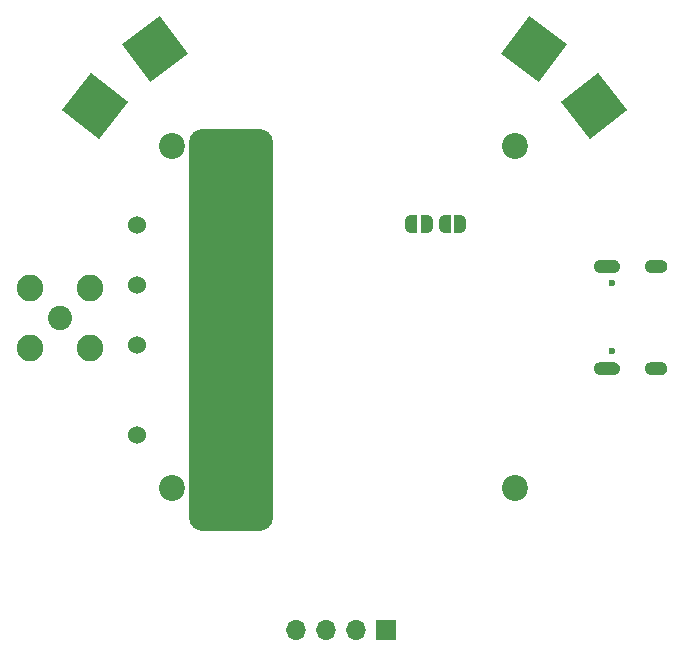
<source format=gbr>
%TF.GenerationSoftware,KiCad,Pcbnew,8.0.1*%
%TF.CreationDate,2025-05-01T03:19:42-07:00*%
%TF.ProjectId,rocketBeaconModule,726f636b-6574-4426-9561-636f6e4d6f64,rev?*%
%TF.SameCoordinates,Original*%
%TF.FileFunction,Soldermask,Bot*%
%TF.FilePolarity,Negative*%
%FSLAX46Y46*%
G04 Gerber Fmt 4.6, Leading zero omitted, Abs format (unit mm)*
G04 Created by KiCad (PCBNEW 8.0.1) date 2025-05-01 03:19:42*
%MOMM*%
%LPD*%
G01*
G04 APERTURE LIST*
G04 Aperture macros list*
%AMRoundRect*
0 Rectangle with rounded corners*
0 $1 Rounding radius*
0 $2 $3 $4 $5 $6 $7 $8 $9 X,Y pos of 4 corners*
0 Add a 4 corners polygon primitive as box body*
4,1,4,$2,$3,$4,$5,$6,$7,$8,$9,$2,$3,0*
0 Add four circle primitives for the rounded corners*
1,1,$1+$1,$2,$3*
1,1,$1+$1,$4,$5*
1,1,$1+$1,$6,$7*
1,1,$1+$1,$8,$9*
0 Add four rect primitives between the rounded corners*
20,1,$1+$1,$2,$3,$4,$5,0*
20,1,$1+$1,$4,$5,$6,$7,0*
20,1,$1+$1,$6,$7,$8,$9,0*
20,1,$1+$1,$8,$9,$2,$3,0*%
%AMRotRect*
0 Rectangle, with rotation*
0 The origin of the aperture is its center*
0 $1 length*
0 $2 width*
0 $3 Rotation angle, in degrees counterclockwise*
0 Add horizontal line*
21,1,$1,$2,0,0,$3*%
%AMFreePoly0*
4,1,19,0.500000,-0.750000,0.000000,-0.750000,0.000000,-0.744911,-0.071157,-0.744911,-0.207708,-0.704816,-0.327430,-0.627875,-0.420627,-0.520320,-0.479746,-0.390866,-0.500000,-0.250000,-0.500000,0.250000,-0.479746,0.390866,-0.420627,0.520320,-0.327430,0.627875,-0.207708,0.704816,-0.071157,0.744911,0.000000,0.744911,0.000000,0.750000,0.500000,0.750000,0.500000,-0.750000,0.500000,-0.750000,
$1*%
%AMFreePoly1*
4,1,19,0.000000,0.744911,0.071157,0.744911,0.207708,0.704816,0.327430,0.627875,0.420627,0.520320,0.479746,0.390866,0.500000,0.250000,0.500000,-0.250000,0.479746,-0.390866,0.420627,-0.520320,0.327430,-0.627875,0.207708,-0.704816,0.071157,-0.744911,0.000000,-0.744911,0.000000,-0.750000,-0.500000,-0.750000,-0.500000,0.750000,0.000000,0.750000,0.000000,0.744911,0.000000,0.744911,
$1*%
G04 Aperture macros list end*
%ADD10C,0.010000*%
%ADD11R,1.700000X1.700000*%
%ADD12O,1.700000X1.700000*%
%ADD13C,2.200000*%
%ADD14RotRect,4.000000X4.000000X37.000000*%
%ADD15RotRect,4.000000X4.000000X52.000000*%
%ADD16C,2.050000*%
%ADD17C,2.250000*%
%ADD18C,0.600000*%
%ADD19FreePoly0,180.000000*%
%ADD20FreePoly1,180.000000*%
%ADD21RotRect,4.000000X4.000000X143.000000*%
%ADD22RotRect,4.000000X4.000000X128.000000*%
%ADD23C,1.524000*%
%ADD24RoundRect,1.166667X2.389333X-15.842333X2.389333X15.842333X-2.389333X15.842333X-2.389333X-15.842333X0*%
%ADD25C,6.000000*%
G04 APERTURE END LIST*
D10*
%TO.C,J1*%
X94831000Y-121922000D02*
X94857000Y-121924000D01*
X94883000Y-121927000D01*
X94909001Y-121932000D01*
X94934000Y-121938000D01*
X94960000Y-121945000D01*
X94984000Y-121954000D01*
X95008001Y-121964000D01*
X95032000Y-121975000D01*
X95055000Y-121988000D01*
X95077000Y-122002000D01*
X95099000Y-122016000D01*
X95120000Y-122032001D01*
X95140000Y-122049000D01*
X95159000Y-122067000D01*
X95177000Y-122086000D01*
X95194000Y-122106001D01*
X95210000Y-122127000D01*
X95224000Y-122149000D01*
X95238000Y-122171000D01*
X95251000Y-122194000D01*
X95262000Y-122218000D01*
X95272000Y-122242000D01*
X95281000Y-122266000D01*
X95288000Y-122291999D01*
X95294000Y-122317000D01*
X95299000Y-122343000D01*
X95302000Y-122369000D01*
X95304000Y-122395000D01*
X95305000Y-122421000D01*
X95304000Y-122451000D01*
X95301000Y-122478000D01*
X95297000Y-122504000D01*
X95292000Y-122530000D01*
X95285000Y-122555000D01*
X95278000Y-122580000D01*
X95268000Y-122605000D01*
X95258000Y-122629000D01*
X95246000Y-122652999D01*
X95233000Y-122676000D01*
X95219000Y-122698000D01*
X95203000Y-122720000D01*
X95187000Y-122741000D01*
X95169000Y-122760000D01*
X95151000Y-122779000D01*
X95131000Y-122797000D01*
X95111000Y-122814000D01*
X95090000Y-122830000D01*
X95068000Y-122844000D01*
X95045000Y-122858000D01*
X95021000Y-122870001D01*
X94997000Y-122881000D01*
X94973000Y-122891000D01*
X94948000Y-122899000D01*
X94922000Y-122906000D01*
X94896000Y-122912000D01*
X94869999Y-122916000D01*
X94844000Y-122919000D01*
X94818000Y-122921000D01*
X94795000Y-122921000D01*
X93694999Y-122921000D01*
X93665000Y-122920000D01*
X93640000Y-122917000D01*
X93614000Y-122914000D01*
X93589000Y-122908000D01*
X93563999Y-122902000D01*
X93539000Y-122894000D01*
X93515000Y-122885000D01*
X93491000Y-122875000D01*
X93468000Y-122863000D01*
X93445000Y-122850000D01*
X93422999Y-122836000D01*
X93402001Y-122821000D01*
X93382000Y-122805000D01*
X93362000Y-122788000D01*
X93344000Y-122770000D01*
X93326000Y-122751000D01*
X93310000Y-122731000D01*
X93294000Y-122710000D01*
X93280000Y-122688000D01*
X93267000Y-122666000D01*
X93255000Y-122643000D01*
X93244000Y-122619000D01*
X93235000Y-122595000D01*
X93227000Y-122571000D01*
X93220000Y-122546000D01*
X93214000Y-122520000D01*
X93210000Y-122495000D01*
X93207000Y-122469000D01*
X93205000Y-122443000D01*
X93205000Y-122421000D01*
X93206000Y-122395000D01*
X93208000Y-122369001D01*
X93211000Y-122343000D01*
X93216000Y-122317000D01*
X93222000Y-122292000D01*
X93229000Y-122266000D01*
X93238000Y-122242000D01*
X93248000Y-122218000D01*
X93258999Y-122194000D01*
X93272000Y-122171000D01*
X93286000Y-122149000D01*
X93300000Y-122127000D01*
X93316000Y-122106000D01*
X93333000Y-122086000D01*
X93351000Y-122067000D01*
X93370000Y-122049000D01*
X93390000Y-122032000D01*
X93411001Y-122016000D01*
X93433000Y-122001999D01*
X93455000Y-121988000D01*
X93478000Y-121975000D01*
X93502000Y-121964000D01*
X93526000Y-121954000D01*
X93550000Y-121945000D01*
X93576000Y-121938000D01*
X93601000Y-121932000D01*
X93627000Y-121927000D01*
X93653000Y-121924001D01*
X93679000Y-121922000D01*
X93705000Y-121921000D01*
X94805000Y-121921000D01*
X94831000Y-121922000D01*
G36*
X94831000Y-121922000D02*
G01*
X94857000Y-121924000D01*
X94883000Y-121927000D01*
X94909001Y-121932000D01*
X94934000Y-121938000D01*
X94960000Y-121945000D01*
X94984000Y-121954000D01*
X95008001Y-121964000D01*
X95032000Y-121975000D01*
X95055000Y-121988000D01*
X95077000Y-122002000D01*
X95099000Y-122016000D01*
X95120000Y-122032001D01*
X95140000Y-122049000D01*
X95159000Y-122067000D01*
X95177000Y-122086000D01*
X95194000Y-122106001D01*
X95210000Y-122127000D01*
X95224000Y-122149000D01*
X95238000Y-122171000D01*
X95251000Y-122194000D01*
X95262000Y-122218000D01*
X95272000Y-122242000D01*
X95281000Y-122266000D01*
X95288000Y-122291999D01*
X95294000Y-122317000D01*
X95299000Y-122343000D01*
X95302000Y-122369000D01*
X95304000Y-122395000D01*
X95305000Y-122421000D01*
X95304000Y-122451000D01*
X95301000Y-122478000D01*
X95297000Y-122504000D01*
X95292000Y-122530000D01*
X95285000Y-122555000D01*
X95278000Y-122580000D01*
X95268000Y-122605000D01*
X95258000Y-122629000D01*
X95246000Y-122652999D01*
X95233000Y-122676000D01*
X95219000Y-122698000D01*
X95203000Y-122720000D01*
X95187000Y-122741000D01*
X95169000Y-122760000D01*
X95151000Y-122779000D01*
X95131000Y-122797000D01*
X95111000Y-122814000D01*
X95090000Y-122830000D01*
X95068000Y-122844000D01*
X95045000Y-122858000D01*
X95021000Y-122870001D01*
X94997000Y-122881000D01*
X94973000Y-122891000D01*
X94948000Y-122899000D01*
X94922000Y-122906000D01*
X94896000Y-122912000D01*
X94869999Y-122916000D01*
X94844000Y-122919000D01*
X94818000Y-122921000D01*
X94795000Y-122921000D01*
X93694999Y-122921000D01*
X93665000Y-122920000D01*
X93640000Y-122917000D01*
X93614000Y-122914000D01*
X93589000Y-122908000D01*
X93563999Y-122902000D01*
X93539000Y-122894000D01*
X93515000Y-122885000D01*
X93491000Y-122875000D01*
X93468000Y-122863000D01*
X93445000Y-122850000D01*
X93422999Y-122836000D01*
X93402001Y-122821000D01*
X93382000Y-122805000D01*
X93362000Y-122788000D01*
X93344000Y-122770000D01*
X93326000Y-122751000D01*
X93310000Y-122731000D01*
X93294000Y-122710000D01*
X93280000Y-122688000D01*
X93267000Y-122666000D01*
X93255000Y-122643000D01*
X93244000Y-122619000D01*
X93235000Y-122595000D01*
X93227000Y-122571000D01*
X93220000Y-122546000D01*
X93214000Y-122520000D01*
X93210000Y-122495000D01*
X93207000Y-122469000D01*
X93205000Y-122443000D01*
X93205000Y-122421000D01*
X93206000Y-122395000D01*
X93208000Y-122369001D01*
X93211000Y-122343000D01*
X93216000Y-122317000D01*
X93222000Y-122292000D01*
X93229000Y-122266000D01*
X93238000Y-122242000D01*
X93248000Y-122218000D01*
X93258999Y-122194000D01*
X93272000Y-122171000D01*
X93286000Y-122149000D01*
X93300000Y-122127000D01*
X93316000Y-122106000D01*
X93333000Y-122086000D01*
X93351000Y-122067000D01*
X93370000Y-122049000D01*
X93390000Y-122032000D01*
X93411001Y-122016000D01*
X93433000Y-122001999D01*
X93455000Y-121988000D01*
X93478000Y-121975000D01*
X93502000Y-121964000D01*
X93526000Y-121954000D01*
X93550000Y-121945000D01*
X93576000Y-121938000D01*
X93601000Y-121932000D01*
X93627000Y-121927000D01*
X93653000Y-121924001D01*
X93679000Y-121922000D01*
X93705000Y-121921000D01*
X94805000Y-121921000D01*
X94831000Y-121922000D01*
G37*
X94805000Y-130571000D02*
X94831000Y-130572000D01*
X94857000Y-130574000D01*
X94883000Y-130577000D01*
X94909000Y-130582000D01*
X94934000Y-130588000D01*
X94960000Y-130595000D01*
X94984001Y-130604000D01*
X95008000Y-130614000D01*
X95032000Y-130625000D01*
X95055000Y-130638000D01*
X95077000Y-130652001D01*
X95099000Y-130666000D01*
X95120000Y-130682000D01*
X95140000Y-130699000D01*
X95159000Y-130717000D01*
X95177000Y-130736000D01*
X95194000Y-130756000D01*
X95210000Y-130777000D01*
X95224000Y-130799000D01*
X95238000Y-130821000D01*
X95251000Y-130844001D01*
X95262000Y-130868000D01*
X95272000Y-130892000D01*
X95281000Y-130916000D01*
X95288000Y-130942000D01*
X95294000Y-130967000D01*
X95299000Y-130993000D01*
X95302000Y-131019000D01*
X95304000Y-131045000D01*
X95305000Y-131071000D01*
X95304000Y-131097000D01*
X95302000Y-131123000D01*
X95299000Y-131149000D01*
X95294000Y-131175000D01*
X95288000Y-131200001D01*
X95281000Y-131226000D01*
X95272000Y-131250000D01*
X95262000Y-131274000D01*
X95251000Y-131298000D01*
X95238000Y-131321000D01*
X95224000Y-131343000D01*
X95210000Y-131365000D01*
X95194000Y-131385999D01*
X95177000Y-131406000D01*
X95159000Y-131425000D01*
X95140000Y-131443000D01*
X95120000Y-131459999D01*
X95099000Y-131476000D01*
X95077000Y-131490000D01*
X95055000Y-131504000D01*
X95032000Y-131517000D01*
X95008001Y-131528000D01*
X94984000Y-131538000D01*
X94960000Y-131547000D01*
X94934000Y-131554000D01*
X94909001Y-131560000D01*
X94883000Y-131565000D01*
X94857000Y-131568000D01*
X94831000Y-131570000D01*
X94805000Y-131571000D01*
X93705000Y-131571000D01*
X93679000Y-131570000D01*
X93653000Y-131567999D01*
X93627000Y-131565000D01*
X93601000Y-131560000D01*
X93576000Y-131554000D01*
X93550000Y-131547000D01*
X93526000Y-131538000D01*
X93502000Y-131528000D01*
X93478000Y-131517000D01*
X93455000Y-131504000D01*
X93433000Y-131490001D01*
X93411001Y-131476000D01*
X93390000Y-131460000D01*
X93370000Y-131443000D01*
X93351000Y-131425000D01*
X93333000Y-131406000D01*
X93316000Y-131386000D01*
X93300000Y-131365000D01*
X93286000Y-131343000D01*
X93272000Y-131321000D01*
X93258999Y-131298000D01*
X93248000Y-131274000D01*
X93238000Y-131250000D01*
X93229000Y-131226000D01*
X93222000Y-131200000D01*
X93216000Y-131175000D01*
X93211000Y-131149000D01*
X93208000Y-131122999D01*
X93206000Y-131097000D01*
X93205000Y-131071000D01*
X93206000Y-131045000D01*
X93208000Y-131019000D01*
X93211000Y-130993000D01*
X93216000Y-130967000D01*
X93221999Y-130942000D01*
X93229000Y-130916000D01*
X93238000Y-130892000D01*
X93248000Y-130868000D01*
X93259000Y-130844000D01*
X93272000Y-130821000D01*
X93286000Y-130799000D01*
X93300000Y-130777000D01*
X93316000Y-130756000D01*
X93333000Y-130736000D01*
X93351000Y-130717000D01*
X93370000Y-130699000D01*
X93390000Y-130682000D01*
X93411000Y-130666000D01*
X93433000Y-130652000D01*
X93455000Y-130638000D01*
X93478000Y-130625000D01*
X93502000Y-130614000D01*
X93526000Y-130604000D01*
X93549999Y-130595000D01*
X93576000Y-130588000D01*
X93601000Y-130582001D01*
X93627000Y-130577000D01*
X93653000Y-130574000D01*
X93679000Y-130572000D01*
X93705000Y-130570999D01*
X94805000Y-130571000D01*
G36*
X94805000Y-130571000D02*
G01*
X94831000Y-130572000D01*
X94857000Y-130574000D01*
X94883000Y-130577000D01*
X94909000Y-130582000D01*
X94934000Y-130588000D01*
X94960000Y-130595000D01*
X94984001Y-130604000D01*
X95008000Y-130614000D01*
X95032000Y-130625000D01*
X95055000Y-130638000D01*
X95077000Y-130652001D01*
X95099000Y-130666000D01*
X95120000Y-130682000D01*
X95140000Y-130699000D01*
X95159000Y-130717000D01*
X95177000Y-130736000D01*
X95194000Y-130756000D01*
X95210000Y-130777000D01*
X95224000Y-130799000D01*
X95238000Y-130821000D01*
X95251000Y-130844001D01*
X95262000Y-130868000D01*
X95272000Y-130892000D01*
X95281000Y-130916000D01*
X95288000Y-130942000D01*
X95294000Y-130967000D01*
X95299000Y-130993000D01*
X95302000Y-131019000D01*
X95304000Y-131045000D01*
X95305000Y-131071000D01*
X95304000Y-131097000D01*
X95302000Y-131123000D01*
X95299000Y-131149000D01*
X95294000Y-131175000D01*
X95288000Y-131200001D01*
X95281000Y-131226000D01*
X95272000Y-131250000D01*
X95262000Y-131274000D01*
X95251000Y-131298000D01*
X95238000Y-131321000D01*
X95224000Y-131343000D01*
X95210000Y-131365000D01*
X95194000Y-131385999D01*
X95177000Y-131406000D01*
X95159000Y-131425000D01*
X95140000Y-131443000D01*
X95120000Y-131459999D01*
X95099000Y-131476000D01*
X95077000Y-131490000D01*
X95055000Y-131504000D01*
X95032000Y-131517000D01*
X95008001Y-131528000D01*
X94984000Y-131538000D01*
X94960000Y-131547000D01*
X94934000Y-131554000D01*
X94909001Y-131560000D01*
X94883000Y-131565000D01*
X94857000Y-131568000D01*
X94831000Y-131570000D01*
X94805000Y-131571000D01*
X93705000Y-131571000D01*
X93679000Y-131570000D01*
X93653000Y-131567999D01*
X93627000Y-131565000D01*
X93601000Y-131560000D01*
X93576000Y-131554000D01*
X93550000Y-131547000D01*
X93526000Y-131538000D01*
X93502000Y-131528000D01*
X93478000Y-131517000D01*
X93455000Y-131504000D01*
X93433000Y-131490001D01*
X93411001Y-131476000D01*
X93390000Y-131460000D01*
X93370000Y-131443000D01*
X93351000Y-131425000D01*
X93333000Y-131406000D01*
X93316000Y-131386000D01*
X93300000Y-131365000D01*
X93286000Y-131343000D01*
X93272000Y-131321000D01*
X93258999Y-131298000D01*
X93248000Y-131274000D01*
X93238000Y-131250000D01*
X93229000Y-131226000D01*
X93222000Y-131200000D01*
X93216000Y-131175000D01*
X93211000Y-131149000D01*
X93208000Y-131122999D01*
X93206000Y-131097000D01*
X93205000Y-131071000D01*
X93206000Y-131045000D01*
X93208000Y-131019000D01*
X93211000Y-130993000D01*
X93216000Y-130967000D01*
X93221999Y-130942000D01*
X93229000Y-130916000D01*
X93238000Y-130892000D01*
X93248000Y-130868000D01*
X93259000Y-130844000D01*
X93272000Y-130821000D01*
X93286000Y-130799000D01*
X93300000Y-130777000D01*
X93316000Y-130756000D01*
X93333000Y-130736000D01*
X93351000Y-130717000D01*
X93370000Y-130699000D01*
X93390000Y-130682000D01*
X93411000Y-130666000D01*
X93433000Y-130652000D01*
X93455000Y-130638000D01*
X93478000Y-130625000D01*
X93502000Y-130614000D01*
X93526000Y-130604000D01*
X93549999Y-130595000D01*
X93576000Y-130588000D01*
X93601000Y-130582001D01*
X93627000Y-130577000D01*
X93653000Y-130574000D01*
X93679000Y-130572000D01*
X93705000Y-130570999D01*
X94805000Y-130571000D01*
G37*
X98851000Y-121921999D02*
X98877000Y-121924000D01*
X98903000Y-121926999D01*
X98929000Y-121932000D01*
X98954000Y-121938000D01*
X98980000Y-121945000D01*
X99004000Y-121954000D01*
X99028000Y-121964000D01*
X99051999Y-121975000D01*
X99074999Y-121988000D01*
X99097000Y-122002000D01*
X99119000Y-122016000D01*
X99140000Y-122032000D01*
X99160000Y-122049000D01*
X99179000Y-122067000D01*
X99197000Y-122086000D01*
X99214000Y-122106000D01*
X99230000Y-122127000D01*
X99244000Y-122149001D01*
X99257999Y-122171000D01*
X99271000Y-122194000D01*
X99282000Y-122218000D01*
X99292001Y-122242000D01*
X99301000Y-122266000D01*
X99308000Y-122292000D01*
X99314000Y-122317000D01*
X99319000Y-122343000D01*
X99322000Y-122369000D01*
X99324000Y-122394999D01*
X99325000Y-122421000D01*
X99324000Y-122447000D01*
X99322000Y-122473000D01*
X99319000Y-122499000D01*
X99314000Y-122525000D01*
X99308000Y-122550000D01*
X99301000Y-122576000D01*
X99292000Y-122600000D01*
X99282000Y-122624000D01*
X99271000Y-122648000D01*
X99258000Y-122671000D01*
X99244000Y-122693000D01*
X99230000Y-122715001D01*
X99214000Y-122736000D01*
X99196999Y-122756000D01*
X99179000Y-122774999D01*
X99160000Y-122792999D01*
X99140000Y-122810000D01*
X99119001Y-122826000D01*
X99097000Y-122840000D01*
X99075000Y-122854000D01*
X99052000Y-122867000D01*
X99027999Y-122878000D01*
X99004000Y-122888000D01*
X98980000Y-122897000D01*
X98954000Y-122904000D01*
X98929000Y-122910000D01*
X98903000Y-122915000D01*
X98877000Y-122918000D01*
X98851000Y-122920000D01*
X98825000Y-122921000D01*
X98025000Y-122921000D01*
X97999000Y-122920000D01*
X97973000Y-122918000D01*
X97947000Y-122915000D01*
X97921000Y-122910000D01*
X97896000Y-122904000D01*
X97870000Y-122897000D01*
X97846000Y-122888000D01*
X97822001Y-122878000D01*
X97798000Y-122867000D01*
X97775000Y-122854000D01*
X97753000Y-122840000D01*
X97730999Y-122826000D01*
X97710000Y-122810000D01*
X97690000Y-122792999D01*
X97671000Y-122774999D01*
X97653001Y-122756000D01*
X97636000Y-122736000D01*
X97620000Y-122715001D01*
X97606000Y-122693000D01*
X97592000Y-122671000D01*
X97579000Y-122648000D01*
X97568000Y-122624000D01*
X97558000Y-122600000D01*
X97549000Y-122576000D01*
X97542000Y-122550000D01*
X97536000Y-122525000D01*
X97531000Y-122499000D01*
X97528000Y-122473000D01*
X97526000Y-122447000D01*
X97525000Y-122421000D01*
X97526000Y-122394999D01*
X97528000Y-122369000D01*
X97531000Y-122343000D01*
X97536000Y-122317000D01*
X97542000Y-122292000D01*
X97549000Y-122266000D01*
X97557999Y-122242000D01*
X97568000Y-122218000D01*
X97579000Y-122194000D01*
X97592001Y-122171000D01*
X97606000Y-122149001D01*
X97620000Y-122127000D01*
X97636000Y-122106000D01*
X97653000Y-122086000D01*
X97671000Y-122067000D01*
X97690000Y-122049000D01*
X97710000Y-122032000D01*
X97731000Y-122016000D01*
X97753000Y-122002000D01*
X97775001Y-121988000D01*
X97798001Y-121975000D01*
X97822000Y-121964000D01*
X97846000Y-121954000D01*
X97870000Y-121945000D01*
X97896000Y-121938000D01*
X97921000Y-121932000D01*
X97947000Y-121926999D01*
X97973000Y-121924000D01*
X97999000Y-121921999D01*
X98025000Y-121921000D01*
X98825000Y-121921000D01*
X98851000Y-121921999D01*
G36*
X98851000Y-121921999D02*
G01*
X98877000Y-121924000D01*
X98903000Y-121926999D01*
X98929000Y-121932000D01*
X98954000Y-121938000D01*
X98980000Y-121945000D01*
X99004000Y-121954000D01*
X99028000Y-121964000D01*
X99051999Y-121975000D01*
X99074999Y-121988000D01*
X99097000Y-122002000D01*
X99119000Y-122016000D01*
X99140000Y-122032000D01*
X99160000Y-122049000D01*
X99179000Y-122067000D01*
X99197000Y-122086000D01*
X99214000Y-122106000D01*
X99230000Y-122127000D01*
X99244000Y-122149001D01*
X99257999Y-122171000D01*
X99271000Y-122194000D01*
X99282000Y-122218000D01*
X99292001Y-122242000D01*
X99301000Y-122266000D01*
X99308000Y-122292000D01*
X99314000Y-122317000D01*
X99319000Y-122343000D01*
X99322000Y-122369000D01*
X99324000Y-122394999D01*
X99325000Y-122421000D01*
X99324000Y-122447000D01*
X99322000Y-122473000D01*
X99319000Y-122499000D01*
X99314000Y-122525000D01*
X99308000Y-122550000D01*
X99301000Y-122576000D01*
X99292000Y-122600000D01*
X99282000Y-122624000D01*
X99271000Y-122648000D01*
X99258000Y-122671000D01*
X99244000Y-122693000D01*
X99230000Y-122715001D01*
X99214000Y-122736000D01*
X99196999Y-122756000D01*
X99179000Y-122774999D01*
X99160000Y-122792999D01*
X99140000Y-122810000D01*
X99119001Y-122826000D01*
X99097000Y-122840000D01*
X99075000Y-122854000D01*
X99052000Y-122867000D01*
X99027999Y-122878000D01*
X99004000Y-122888000D01*
X98980000Y-122897000D01*
X98954000Y-122904000D01*
X98929000Y-122910000D01*
X98903000Y-122915000D01*
X98877000Y-122918000D01*
X98851000Y-122920000D01*
X98825000Y-122921000D01*
X98025000Y-122921000D01*
X97999000Y-122920000D01*
X97973000Y-122918000D01*
X97947000Y-122915000D01*
X97921000Y-122910000D01*
X97896000Y-122904000D01*
X97870000Y-122897000D01*
X97846000Y-122888000D01*
X97822001Y-122878000D01*
X97798000Y-122867000D01*
X97775000Y-122854000D01*
X97753000Y-122840000D01*
X97730999Y-122826000D01*
X97710000Y-122810000D01*
X97690000Y-122792999D01*
X97671000Y-122774999D01*
X97653001Y-122756000D01*
X97636000Y-122736000D01*
X97620000Y-122715001D01*
X97606000Y-122693000D01*
X97592000Y-122671000D01*
X97579000Y-122648000D01*
X97568000Y-122624000D01*
X97558000Y-122600000D01*
X97549000Y-122576000D01*
X97542000Y-122550000D01*
X97536000Y-122525000D01*
X97531000Y-122499000D01*
X97528000Y-122473000D01*
X97526000Y-122447000D01*
X97525000Y-122421000D01*
X97526000Y-122394999D01*
X97528000Y-122369000D01*
X97531000Y-122343000D01*
X97536000Y-122317000D01*
X97542000Y-122292000D01*
X97549000Y-122266000D01*
X97557999Y-122242000D01*
X97568000Y-122218000D01*
X97579000Y-122194000D01*
X97592001Y-122171000D01*
X97606000Y-122149001D01*
X97620000Y-122127000D01*
X97636000Y-122106000D01*
X97653000Y-122086000D01*
X97671000Y-122067000D01*
X97690000Y-122049000D01*
X97710000Y-122032000D01*
X97731000Y-122016000D01*
X97753000Y-122002000D01*
X97775001Y-121988000D01*
X97798001Y-121975000D01*
X97822000Y-121964000D01*
X97846000Y-121954000D01*
X97870000Y-121945000D01*
X97896000Y-121938000D01*
X97921000Y-121932000D01*
X97947000Y-121926999D01*
X97973000Y-121924000D01*
X97999000Y-121921999D01*
X98025000Y-121921000D01*
X98825000Y-121921000D01*
X98851000Y-121921999D01*
G37*
X98851000Y-130572000D02*
X98877000Y-130574000D01*
X98903000Y-130577000D01*
X98929000Y-130582000D01*
X98954000Y-130588000D01*
X98980000Y-130595000D01*
X99004000Y-130604000D01*
X99027999Y-130614000D01*
X99052000Y-130625000D01*
X99075000Y-130638000D01*
X99097000Y-130652000D01*
X99119001Y-130666000D01*
X99140000Y-130682000D01*
X99160000Y-130699001D01*
X99179000Y-130717001D01*
X99196999Y-130736000D01*
X99214000Y-130756000D01*
X99230000Y-130776999D01*
X99244000Y-130799000D01*
X99258000Y-130821000D01*
X99271000Y-130844000D01*
X99282000Y-130868000D01*
X99292000Y-130892000D01*
X99301000Y-130916000D01*
X99308000Y-130942000D01*
X99314000Y-130967000D01*
X99319000Y-130993000D01*
X99322000Y-131019000D01*
X99324000Y-131045000D01*
X99325000Y-131071000D01*
X99324000Y-131097001D01*
X99322000Y-131123000D01*
X99319000Y-131149000D01*
X99314000Y-131175000D01*
X99308000Y-131200000D01*
X99301000Y-131226000D01*
X99292001Y-131250000D01*
X99282000Y-131274000D01*
X99271000Y-131298000D01*
X99257999Y-131321000D01*
X99244000Y-131342999D01*
X99230000Y-131365000D01*
X99214000Y-131386000D01*
X99197000Y-131406000D01*
X99179000Y-131425000D01*
X99160000Y-131443000D01*
X99140000Y-131460000D01*
X99119000Y-131476000D01*
X99097000Y-131490000D01*
X99074999Y-131504000D01*
X99051999Y-131517000D01*
X99028000Y-131528000D01*
X99004000Y-131538000D01*
X98980000Y-131547000D01*
X98954000Y-131554000D01*
X98929000Y-131560000D01*
X98903000Y-131565001D01*
X98877000Y-131568000D01*
X98851000Y-131570001D01*
X98825000Y-131571000D01*
X98025000Y-131571000D01*
X97999000Y-131570001D01*
X97973000Y-131568000D01*
X97947000Y-131565001D01*
X97921000Y-131560000D01*
X97896000Y-131554000D01*
X97870000Y-131547000D01*
X97846000Y-131538000D01*
X97822000Y-131528000D01*
X97798001Y-131517000D01*
X97775001Y-131504000D01*
X97753000Y-131490000D01*
X97731000Y-131476000D01*
X97710000Y-131460000D01*
X97690000Y-131443000D01*
X97671000Y-131425000D01*
X97653000Y-131406000D01*
X97636000Y-131386000D01*
X97620000Y-131365000D01*
X97606000Y-131342999D01*
X97592001Y-131321000D01*
X97579000Y-131298000D01*
X97568000Y-131274000D01*
X97557999Y-131250000D01*
X97549000Y-131226000D01*
X97542000Y-131200000D01*
X97536000Y-131175000D01*
X97531000Y-131149000D01*
X97528000Y-131123000D01*
X97526000Y-131097001D01*
X97525000Y-131071000D01*
X97526000Y-131045000D01*
X97528000Y-131019000D01*
X97531000Y-130993000D01*
X97536000Y-130967000D01*
X97542000Y-130942000D01*
X97549000Y-130916000D01*
X97558000Y-130892000D01*
X97568000Y-130868000D01*
X97579000Y-130844000D01*
X97592000Y-130821000D01*
X97606000Y-130799000D01*
X97620000Y-130776999D01*
X97636000Y-130756000D01*
X97653001Y-130736000D01*
X97671000Y-130717001D01*
X97690000Y-130699001D01*
X97710000Y-130682000D01*
X97730999Y-130666000D01*
X97753000Y-130652000D01*
X97775000Y-130638000D01*
X97798000Y-130625000D01*
X97822001Y-130614000D01*
X97846000Y-130604000D01*
X97870000Y-130595000D01*
X97896000Y-130588000D01*
X97921000Y-130582000D01*
X97947000Y-130577000D01*
X97973000Y-130574000D01*
X97999000Y-130572000D01*
X98025000Y-130571000D01*
X98825000Y-130571000D01*
X98851000Y-130572000D01*
G36*
X98851000Y-130572000D02*
G01*
X98877000Y-130574000D01*
X98903000Y-130577000D01*
X98929000Y-130582000D01*
X98954000Y-130588000D01*
X98980000Y-130595000D01*
X99004000Y-130604000D01*
X99027999Y-130614000D01*
X99052000Y-130625000D01*
X99075000Y-130638000D01*
X99097000Y-130652000D01*
X99119001Y-130666000D01*
X99140000Y-130682000D01*
X99160000Y-130699001D01*
X99179000Y-130717001D01*
X99196999Y-130736000D01*
X99214000Y-130756000D01*
X99230000Y-130776999D01*
X99244000Y-130799000D01*
X99258000Y-130821000D01*
X99271000Y-130844000D01*
X99282000Y-130868000D01*
X99292000Y-130892000D01*
X99301000Y-130916000D01*
X99308000Y-130942000D01*
X99314000Y-130967000D01*
X99319000Y-130993000D01*
X99322000Y-131019000D01*
X99324000Y-131045000D01*
X99325000Y-131071000D01*
X99324000Y-131097001D01*
X99322000Y-131123000D01*
X99319000Y-131149000D01*
X99314000Y-131175000D01*
X99308000Y-131200000D01*
X99301000Y-131226000D01*
X99292001Y-131250000D01*
X99282000Y-131274000D01*
X99271000Y-131298000D01*
X99257999Y-131321000D01*
X99244000Y-131342999D01*
X99230000Y-131365000D01*
X99214000Y-131386000D01*
X99197000Y-131406000D01*
X99179000Y-131425000D01*
X99160000Y-131443000D01*
X99140000Y-131460000D01*
X99119000Y-131476000D01*
X99097000Y-131490000D01*
X99074999Y-131504000D01*
X99051999Y-131517000D01*
X99028000Y-131528000D01*
X99004000Y-131538000D01*
X98980000Y-131547000D01*
X98954000Y-131554000D01*
X98929000Y-131560000D01*
X98903000Y-131565001D01*
X98877000Y-131568000D01*
X98851000Y-131570001D01*
X98825000Y-131571000D01*
X98025000Y-131571000D01*
X97999000Y-131570001D01*
X97973000Y-131568000D01*
X97947000Y-131565001D01*
X97921000Y-131560000D01*
X97896000Y-131554000D01*
X97870000Y-131547000D01*
X97846000Y-131538000D01*
X97822000Y-131528000D01*
X97798001Y-131517000D01*
X97775001Y-131504000D01*
X97753000Y-131490000D01*
X97731000Y-131476000D01*
X97710000Y-131460000D01*
X97690000Y-131443000D01*
X97671000Y-131425000D01*
X97653000Y-131406000D01*
X97636000Y-131386000D01*
X97620000Y-131365000D01*
X97606000Y-131342999D01*
X97592001Y-131321000D01*
X97579000Y-131298000D01*
X97568000Y-131274000D01*
X97557999Y-131250000D01*
X97549000Y-131226000D01*
X97542000Y-131200000D01*
X97536000Y-131175000D01*
X97531000Y-131149000D01*
X97528000Y-131123000D01*
X97526000Y-131097001D01*
X97525000Y-131071000D01*
X97526000Y-131045000D01*
X97528000Y-131019000D01*
X97531000Y-130993000D01*
X97536000Y-130967000D01*
X97542000Y-130942000D01*
X97549000Y-130916000D01*
X97558000Y-130892000D01*
X97568000Y-130868000D01*
X97579000Y-130844000D01*
X97592000Y-130821000D01*
X97606000Y-130799000D01*
X97620000Y-130776999D01*
X97636000Y-130756000D01*
X97653001Y-130736000D01*
X97671000Y-130717001D01*
X97690000Y-130699001D01*
X97710000Y-130682000D01*
X97730999Y-130666000D01*
X97753000Y-130652000D01*
X97775000Y-130638000D01*
X97798000Y-130625000D01*
X97822001Y-130614000D01*
X97846000Y-130604000D01*
X97870000Y-130595000D01*
X97896000Y-130588000D01*
X97921000Y-130582000D01*
X97947000Y-130577000D01*
X97973000Y-130574000D01*
X97999000Y-130572000D01*
X98025000Y-130571000D01*
X98825000Y-130571000D01*
X98851000Y-130572000D01*
G37*
%TD*%
D11*
%TO.C,J6*%
X75631200Y-153263600D03*
D12*
X73091200Y-153263600D03*
X70551201Y-153263600D03*
X68011200Y-153263600D03*
%TD*%
D13*
%TO.C,H1*%
X86512400Y-141224000D03*
%TD*%
%TO.C,H2*%
X57505600Y-112217200D03*
%TD*%
D14*
%TO.C,J4*%
X56007000Y-104013000D03*
%TD*%
D15*
%TO.C,J5*%
X50927000Y-108839000D03*
%TD*%
D13*
%TO.C,H4*%
X86512400Y-112217200D03*
%TD*%
%TO.C,H3*%
X57505600Y-141224000D03*
%TD*%
D16*
%TO.C,AE2*%
X47955200Y-126796800D03*
D17*
X45415200Y-124256800D03*
X45415200Y-129336800D03*
X50495200Y-124256800D03*
X50495200Y-129336800D03*
%TD*%
D18*
%TO.C,J1*%
X94745000Y-129636001D03*
X94745000Y-123855999D03*
%TD*%
D19*
%TO.C,JP4*%
X79034400Y-118872000D03*
D20*
X77734400Y-118872000D03*
%TD*%
D21*
%TO.C,J2*%
X88138000Y-104013000D03*
%TD*%
D22*
%TO.C,J3*%
X93218000Y-108839000D03*
%TD*%
D19*
%TO.C,JP3*%
X81868798Y-118872000D03*
D20*
X80568800Y-118872000D03*
%TD*%
D23*
%TO.C,RFAMP2*%
X54508400Y-136712800D03*
X54508400Y-129112800D03*
X54508400Y-124012800D03*
X54508400Y-118922800D03*
D24*
X62508400Y-127803800D03*
D25*
X62508400Y-114512800D03*
%TD*%
M02*

</source>
